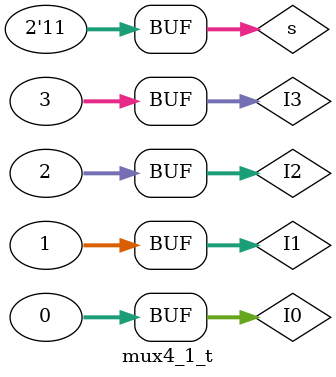
<source format=v>
`timescale 1ns / 1ps


module mux4_1_t;

	// Inputs
	reg [1:0] s;
	reg [31:0] I0;
	reg [31:0] I1;
	reg [31:0] I2;
	reg [31:0] I3;

	// Outputs
	wire [31:0] y;

	// Instantiate the Unit Under Test (UUT)
	mux4_1 uut (
		.s(s), 
		.I0(I0), 
		.I1(I1), 
		.I2(I2), 
		.I3(I3), 
		.y(y)
	);

	initial begin
		// Initialize Inputs
		s = 0;
		I0 = 0;
		I1 = 0;
		I2 = 0;
		I3 = 0;

		// Wait 100 ns for global reset to finish
		#100;
      I0 = 32'd0;
		I1 = 32'd1;
		I2 = 32'd2;
		I3 = 32'd3;
		#1;
		s=2'd0;
		#1;
		s=2'd1;
		#1;
		s=2'd2;
		#1
		s=2'd3;
		// Add stimulus here

	end
      
endmodule


</source>
